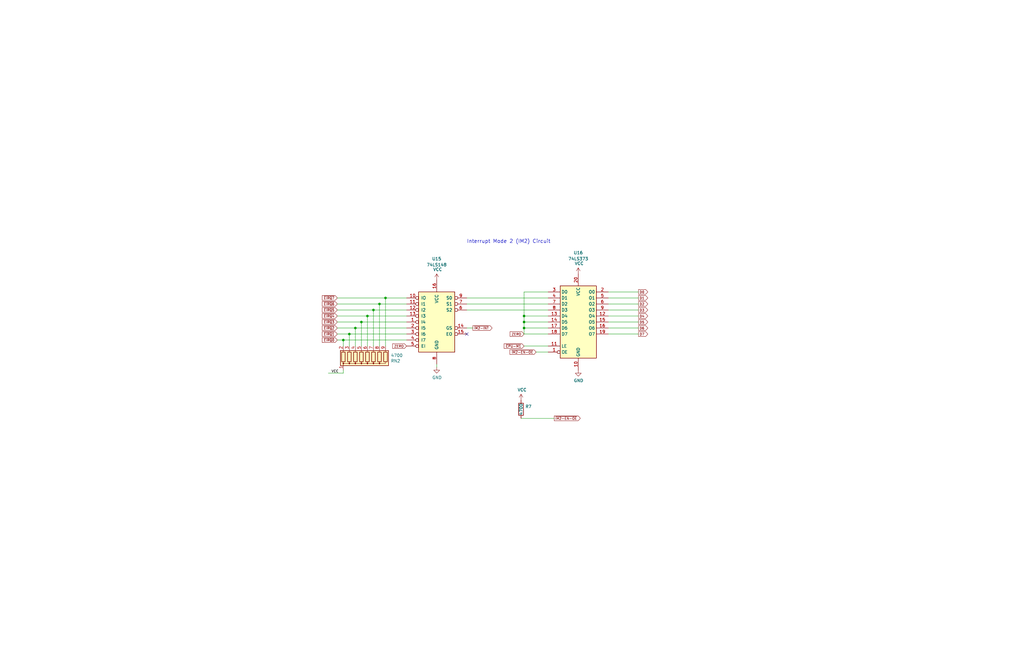
<source format=kicad_sch>
(kicad_sch (version 20211123) (generator eeschema)
  (paper "B")
  (lib_symbols
    (symbol "74xx:74LS148" (pin_names (offset 1.016))
      (property "Reference" "U" (at -7.62 13.97 0))
      (property "Value" "74LS148" (at -7.62 -13.97 0))
      (symbol "74LS148_1_0"
        (pin input inverted (at -12.7 0 0) (length 5.08) (name "I4") (number "1"))
        (pin input inverted (at -12.7 10.16 0) (length 5.08) (name "IO") (number "10"))
        (pin input inverted (at -12.7 7.62 0) (length 5.08) (name "I1") (number "11"))
        (pin input inverted (at -12.7 5.08 0) (length 5.08) (name "I2") (number "12"))
        (pin input inverted (at -12.7 2.54 0) (length 5.08) (name "I3") (number "13"))
        (pin output inverted (at 12.7 -2.54 180) (length 5.08) (name "GS") (number "14"))
        (pin output inverted (at 12.7 -5.08 180) (length 5.08) (name "EO") (number "15"))
        (pin power_in line (at 0 17.78 270) (length 5.08) (name "VCC") (number "16"))
        (pin input inverted (at -12.7 -2.54 0) (length 5.08) (name "I5") (number "2"))
        (pin input inverted (at -12.7 -5.08 0) (length 5.08) (name "I6") (number "3"))
        (pin input inverted (at -12.7 -7.62 0) (length 5.08) (name "I7") (number "4"))
        (pin input inverted (at -12.7 -10.16 0) (length 5.08) (name "EI") (number "5"))
        (pin output inverted (at 12.7 5.08 180) (length 5.08) (name "S2") (number "6"))
        (pin output inverted (at 12.7 7.62 180) (length 5.08) (name "S1") (number "7"))
        (pin power_in line (at 0 -17.78 90) (length 5.08) (name "GND") (number "8"))
        (pin output inverted (at 12.7 10.16 180) (length 5.08) (name "S0") (number "9"))
      )
      (symbol "74LS148_1_1"
        (rectangle (start -7.62 12.7) (end 7.62 -12.7) (stroke (width 0.254)) (fill (type background)))
      )
    )
    (symbol "74xx:74LS373"
      (property "Reference" "U" (at -7.62 16.51 0))
      (property "Value" "74LS373" (at -7.62 -16.51 0))
      (symbol "74LS373_1_0"
        (pin input inverted (at -12.7 -12.7 0) (length 5.08) (name "OE") (number "1"))
        (pin power_in line (at 0 -20.32 90) (length 5.08) (name "GND") (number "10"))
        (pin input line (at -12.7 -10.16 0) (length 5.08) (name "LE") (number "11"))
        (pin tri_state line (at 12.7 2.54 180) (length 5.08) (name "O4") (number "12"))
        (pin input line (at -12.7 2.54 0) (length 5.08) (name "D4") (number "13"))
        (pin input line (at -12.7 0 0) (length 5.08) (name "D5") (number "14"))
        (pin tri_state line (at 12.7 0 180) (length 5.08) (name "O5") (number "15"))
        (pin tri_state line (at 12.7 -2.54 180) (length 5.08) (name "O6") (number "16"))
        (pin input line (at -12.7 -2.54 0) (length 5.08) (name "D6") (number "17"))
        (pin input line (at -12.7 -5.08 0) (length 5.08) (name "D7") (number "18"))
        (pin tri_state line (at 12.7 -5.08 180) (length 5.08) (name "O7") (number "19"))
        (pin tri_state line (at 12.7 12.7 180) (length 5.08) (name "O0") (number "2"))
        (pin power_in line (at 0 20.32 270) (length 5.08) (name "VCC") (number "20"))
        (pin input line (at -12.7 12.7 0) (length 5.08) (name "D0") (number "3"))
        (pin input line (at -12.7 10.16 0) (length 5.08) (name "D1") (number "4"))
        (pin tri_state line (at 12.7 10.16 180) (length 5.08) (name "O1") (number "5"))
        (pin tri_state line (at 12.7 7.62 180) (length 5.08) (name "O2") (number "6"))
        (pin input line (at -12.7 7.62 0) (length 5.08) (name "D2") (number "7"))
        (pin input line (at -12.7 5.08 0) (length 5.08) (name "D3") (number "8"))
        (pin tri_state line (at 12.7 5.08 180) (length 5.08) (name "O3") (number "9"))
      )
      (symbol "74LS373_1_1"
        (rectangle (start -7.62 15.24) (end 7.62 -15.24) (stroke (width 0.254)) (fill (type background)))
      )
    )
    (symbol "Device:R" (pin_numbers hide) (pin_names (offset 0))
      (property "Reference" "R" (at 2.032 0 90))
      (property "Value" "R" (at 0 0 90))
      (symbol "R_0_1"
        (rectangle (start -1.016 -2.54) (end 1.016 2.54) (stroke (width 0.254)))
      )
      (symbol "R_1_1"
        (pin passive line (at 0 3.81 270) (length 1.27) (name "~") (number "1"))
        (pin passive line (at 0 -3.81 90) (length 1.27) (name "~") (number "2"))
      )
    )
    (symbol "Device:R_Network08" (pin_names (offset 0) hide)
      (property "Reference" "RN" (at -12.7 0 90))
      (property "Value" "R_Network08" (at 10.16 0 90))
      (symbol "R_Network08_0_1"
        (rectangle (start -11.43 -3.175) (end 8.89 3.175) (stroke (width 0.254)) (fill (type background)))
        (rectangle (start -10.922 1.524) (end -9.398 -2.54) (stroke (width 0.254)))
        (circle (center -10.16 2.286) (radius 0.254) (fill (type outline)))
        (rectangle (start -8.382 1.524) (end -6.858 -2.54) (stroke (width 0.254)))
        (circle (center -7.62 2.286) (radius 0.254) (fill (type outline)))
        (rectangle (start -5.842 1.524) (end -4.318 -2.54) (stroke (width 0.254)))
        (circle (center -5.08 2.286) (radius 0.254) (fill (type outline)))
        (rectangle (start -3.302 1.524) (end -1.778 -2.54) (stroke (width 0.254)))
        (circle (center -2.54 2.286) (radius 0.254) (fill (type outline)))
        (rectangle (start -0.762 1.524) (end 0.762 -2.54) (stroke (width 0.254)))
        (polyline (pts (xy -10.16 -2.54) (xy -10.16 -3.81)))
        (polyline (pts (xy -7.62 -2.54) (xy -7.62 -3.81)))
        (polyline (pts (xy -5.08 -2.54) (xy -5.08 -3.81)))
        (polyline (pts (xy -2.54 -2.54) (xy -2.54 -3.81)))
        (polyline (pts (xy 0 -2.54) (xy 0 -3.81)))
        (polyline (pts (xy 2.54 -2.54) (xy 2.54 -3.81)))
        (polyline (pts (xy 5.08 -2.54) (xy 5.08 -3.81)))
        (polyline (pts (xy 7.62 -2.54) (xy 7.62 -3.81)))
        (polyline (pts (xy -10.16 1.524) (xy -10.16 2.286) (xy -7.62 2.286) (xy -7.62 1.524)))
        (polyline (pts (xy -7.62 1.524) (xy -7.62 2.286) (xy -5.08 2.286) (xy -5.08 1.524)))
        (polyline (pts (xy -5.08 1.524) (xy -5.08 2.286) (xy -2.54 2.286) (xy -2.54 1.524)))
        (polyline (pts (xy -2.54 1.524) (xy -2.54 2.286) (xy 0 2.286) (xy 0 1.524)))
        (polyline (pts (xy 0 1.524) (xy 0 2.286) (xy 2.54 2.286) (xy 2.54 1.524)))
        (polyline (pts (xy 2.54 1.524) (xy 2.54 2.286) (xy 5.08 2.286) (xy 5.08 1.524)))
        (polyline (pts (xy 5.08 1.524) (xy 5.08 2.286) (xy 7.62 2.286) (xy 7.62 1.524)))
        (circle (center 0 2.286) (radius 0.254) (fill (type outline)))
        (rectangle (start 1.778 1.524) (end 3.302 -2.54) (stroke (width 0.254)))
        (circle (center 2.54 2.286) (radius 0.254) (fill (type outline)))
        (rectangle (start 4.318 1.524) (end 5.842 -2.54) (stroke (width 0.254)))
        (circle (center 5.08 2.286) (radius 0.254) (fill (type outline)))
        (rectangle (start 6.858 1.524) (end 8.382 -2.54) (stroke (width 0.254)))
      )
      (symbol "R_Network08_1_1"
        (pin passive line (at -10.16 5.08 270) (length 2.54) (name "common") (number "1"))
        (pin passive line (at -10.16 -5.08 90) (length 1.27) (name "R1") (number "2"))
        (pin passive line (at -7.62 -5.08 90) (length 1.27) (name "R2") (number "3"))
        (pin passive line (at -5.08 -5.08 90) (length 1.27) (name "R3") (number "4"))
        (pin passive line (at -2.54 -5.08 90) (length 1.27) (name "R4") (number "5"))
        (pin passive line (at 0 -5.08 90) (length 1.27) (name "R5") (number "6"))
        (pin passive line (at 2.54 -5.08 90) (length 1.27) (name "R6") (number "7"))
        (pin passive line (at 5.08 -5.08 90) (length 1.27) (name "R7") (number "8"))
        (pin passive line (at 7.62 -5.08 90) (length 1.27) (name "R8") (number "9"))
      )
    )
    (symbol "power:GND" (power) (pin_names (offset 0))
      (property "Value" "GND" (at 0 -3.81 0))
      (symbol "GND_0_1"
        (polyline (pts (xy 0 0) (xy 0 -1.27) (xy 1.27 -1.27) (xy 0 -2.54) (xy -1.27 -1.27) (xy 0 -1.27)))
      )
      (symbol "GND_1_1"
        (pin power_in line (at 0 0 270) (length 0) hide (name "GND") (number "1"))
      )
    )
    (symbol "power:VCC" (power) (pin_names (offset 0))
      (property "Value" "VCC" (at 0 3.81 0))
      (symbol "VCC_0_1"
        (polyline (pts (xy -0.762 1.27) (xy 0 2.54)))
        (polyline (pts (xy 0 0) (xy 0 2.54)))
        (polyline (pts (xy 0 2.54) (xy 0.762 1.27)))
      )
      (symbol "VCC_1_1"
        (pin power_in line (at 0 0 90) (length 0) hide (name "VCC") (number "1"))
      )
    )
  )
  (junction (at 220.98 135.89))
  (junction (at 162.56 125.73))
  (junction (at 220.98 138.43))
  (junction (at 157.48 130.81))
  (junction (at 154.94 133.35))
  (junction (at 149.86 138.43))
  (junction (at 144.78 143.51))
  (junction (at 220.98 133.35))
  (junction (at 147.32 140.97))
  (junction (at 152.4 135.89))
  (junction (at 160.02 128.27))
  (no_connect (at 196.85 140.97))
  (wire (pts (xy 256.54 135.89) (xy 269.24 135.89)))
  (wire (pts (xy 220.98 135.89) (xy 231.14 135.89)))
  (wire (pts (xy 142.24 125.73) (xy 162.56 125.73)))
  (wire (pts (xy 220.98 133.35) (xy 231.14 133.35)))
  (wire (pts (xy 231.14 123.19) (xy 220.98 123.19)))
  (wire (pts (xy 220.98 138.43) (xy 231.14 138.43)))
  (wire (pts (xy 154.94 133.35) (xy 142.24 133.35)))
  (wire (pts (xy 220.98 146.05) (xy 231.14 146.05)))
  (wire (pts (xy 162.56 146.05) (xy 162.56 125.73)))
  (wire (pts (xy 226.06 148.59) (xy 231.14 148.59)))
  (wire (pts (xy 220.98 138.43) (xy 220.98 140.97)))
  (wire (pts (xy 220.98 133.35) (xy 220.98 135.89)))
  (wire (pts (xy 144.78 157.48) (xy 138.43 157.48)))
  (wire (pts (xy 154.94 146.05) (xy 154.94 133.35)))
  (wire (pts (xy 220.98 135.89) (xy 220.98 138.43)))
  (wire (pts (xy 196.85 128.27) (xy 231.14 128.27)))
  (wire (pts (xy 256.54 138.43) (xy 269.24 138.43)))
  (wire (pts (xy 149.86 146.05) (xy 149.86 138.43)))
  (wire (pts (xy 256.54 123.19) (xy 269.24 123.19)))
  (wire (pts (xy 256.54 128.27) (xy 269.24 128.27)))
  (wire (pts (xy 196.85 130.81) (xy 231.14 130.81)))
  (wire (pts (xy 220.98 123.19) (xy 220.98 133.35)))
  (wire (pts (xy 152.4 135.89) (xy 142.24 135.89)))
  (wire (pts (xy 171.45 135.89) (xy 152.4 135.89)))
  (wire (pts (xy 171.45 138.43) (xy 149.86 138.43)))
  (wire (pts (xy 149.86 138.43) (xy 142.24 138.43)))
  (wire (pts (xy 157.48 130.81) (xy 142.24 130.81)))
  (wire (pts (xy 142.24 128.27) (xy 160.02 128.27)))
  (wire (pts (xy 196.85 125.73) (xy 231.14 125.73)))
  (wire (pts (xy 171.45 140.97) (xy 147.32 140.97)))
  (wire (pts (xy 157.48 146.05) (xy 157.48 130.81)))
  (wire (pts (xy 144.78 146.05) (xy 144.78 143.51)))
  (wire (pts (xy 184.15 153.67) (xy 184.15 154.94)))
  (wire (pts (xy 162.56 125.73) (xy 171.45 125.73)))
  (wire (pts (xy 160.02 128.27) (xy 171.45 128.27)))
  (wire (pts (xy 256.54 125.73) (xy 269.24 125.73)))
  (wire (pts (xy 219.71 176.53) (xy 233.68 176.53)))
  (wire (pts (xy 196.85 138.43) (xy 199.39 138.43)))
  (wire (pts (xy 220.98 140.97) (xy 231.14 140.97)))
  (wire (pts (xy 152.4 146.05) (xy 152.4 135.89)))
  (wire (pts (xy 144.78 143.51) (xy 142.24 143.51)))
  (wire (pts (xy 147.32 146.05) (xy 147.32 140.97)))
  (wire (pts (xy 147.32 140.97) (xy 142.24 140.97)))
  (wire (pts (xy 160.02 146.05) (xy 160.02 128.27)))
  (wire (pts (xy 171.45 143.51) (xy 144.78 143.51)))
  (wire (pts (xy 256.54 130.81) (xy 269.24 130.81)))
  (wire (pts (xy 171.45 130.81) (xy 157.48 130.81)))
  (wire (pts (xy 171.45 133.35) (xy 154.94 133.35)))
  (wire (pts (xy 144.78 156.21) (xy 144.78 157.48)))
  (wire (pts (xy 256.54 133.35) (xy 269.24 133.35)))
  (wire (pts (xy 256.54 140.97) (xy 269.24 140.97)))
  (text "Interrupt Mode 2 (IM2) Circuit" (at 196.85 102.87 0) (effects (font (size 1.524 1.524)) (justify left bottom)))
  (label "VCC" (at 139.7 157.48 0) (effects (font (size 1.016 1.016))))
  (global_label "D3" (shape output) (at 269.24 130.81 0) (effects (font (size 1.016 1.016))) (property "Intersheet References" "${INTERSHEET_REFS}" (effects hide)))
  (global_label "~{IM2-INT}" (shape output) (at 199.39 138.43 0) (effects (font (size 1.016 1.016))) (property "Intersheet References" "${INTERSHEET_REFS}" (effects hide)))
  (global_label "D6" (shape output) (at 269.24 138.43 0) (effects (font (size 1.016 1.016))) (property "Intersheet References" "${INTERSHEET_REFS}" (effects hide)))
  (global_label "~{EIRQ2}" (shape input) (at 142.24 138.43 180) (effects (font (size 1.016 1.016))) (property "Intersheet References" "${INTERSHEET_REFS}" (effects hide)))
  (global_label "~{EIRQ3}" (shape input) (at 142.24 135.89 180) (effects (font (size 1.016 1.016))) (property "Intersheet References" "${INTERSHEET_REFS}" (effects hide)))
  (global_label "ZERO" (shape input) (at 171.45 146.05 180) (effects (font (size 1.016 1.016))) (property "Intersheet References" "${INTERSHEET_REFS}" (effects hide)))
  (global_label "D2" (shape output) (at 269.24 128.27 0) (effects (font (size 1.016 1.016))) (property "Intersheet References" "${INTERSHEET_REFS}" (effects hide)))
  (global_label "~{EIRQ6}" (shape input) (at 142.24 128.27 180) (effects (font (size 1.016 1.016))) (property "Intersheet References" "${INTERSHEET_REFS}" (effects hide)))
  (global_label "D5" (shape output) (at 269.24 135.89 0) (effects (font (size 1.016 1.016))) (property "Intersheet References" "${INTERSHEET_REFS}" (effects hide)))
  (global_label "~{IM2-EN-OE}" (shape input) (at 226.06 148.59 180) (effects (font (size 1.016 1.016))) (property "Intersheet References" "${INTERSHEET_REFS}" (effects hide)))
  (global_label "~{EIRQ0}" (shape input) (at 142.24 143.51 180) (effects (font (size 1.016 1.016))) (property "Intersheet References" "${INTERSHEET_REFS}" (effects hide)))
  (global_label "D7" (shape output) (at 269.24 140.97 0) (effects (font (size 1.016 1.016))) (property "Intersheet References" "${INTERSHEET_REFS}" (effects hide)))
  (global_label "D0" (shape output) (at 269.24 123.19 0) (effects (font (size 1.016 1.016))) (property "Intersheet References" "${INTERSHEET_REFS}" (effects hide)))
  (global_label "ZERO" (shape input) (at 220.98 140.97 180) (effects (font (size 1.016 1.016))) (property "Intersheet References" "${INTERSHEET_REFS}" (effects hide)))
  (global_label "~{IM2-EN-OE}" (shape output) (at 233.68 176.53 0) (effects (font (size 1.016 1.016))) (property "Intersheet References" "${INTERSHEET_REFS}" (effects hide)))
  (global_label "~{EIRQ7}" (shape input) (at 142.24 125.73 180) (effects (font (size 1.016 1.016))) (property "Intersheet References" "${INTERSHEET_REFS}" (effects hide)))
  (global_label "D4" (shape output) (at 269.24 133.35 0) (effects (font (size 1.016 1.016))) (property "Intersheet References" "${INTERSHEET_REFS}" (effects hide)))
  (global_label "~{EIRQ1}" (shape input) (at 142.24 140.97 180) (effects (font (size 1.016 1.016))) (property "Intersheet References" "${INTERSHEET_REFS}" (effects hide)))
  (global_label "~{CPU-M1}" (shape input) (at 220.98 146.05 180) (effects (font (size 1.016 1.016))) (property "Intersheet References" "${INTERSHEET_REFS}" (effects hide)))
  (global_label "D1" (shape output) (at 269.24 125.73 0) (effects (font (size 1.016 1.016))) (property "Intersheet References" "${INTERSHEET_REFS}" (effects hide)))
  (global_label "~{EIRQ5}" (shape input) (at 142.24 130.81 180) (effects (font (size 1.016 1.016))) (property "Intersheet References" "${INTERSHEET_REFS}" (effects hide)))
  (global_label "~{EIRQ4}" (shape input) (at 142.24 133.35 180) (effects (font (size 1.016 1.016))) (property "Intersheet References" "${INTERSHEET_REFS}" (effects hide)))
  (symbol (lib_id "Device:R_Network08") (at 154.94 151.13 0) (mirror x) (unit 1)
    (property "Reference" "RN2" (at 164.7952 152.2984 0) (effects (justify left)))
    (property "Value" "4700" (at 164.7952 149.987 0) (effects (justify left)))
    (property "Footprint" "Resistor_THT:R_Array_SIP9" (effects hide))
    (property "Datasheet" "http://www.vishay.com/docs/31509/csc.pdf" (effects hide))
  )
  (symbol (lib_id "power:GND") (at 243.84 156.21 0) (unit 1)
    (property "Reference" "#PWR0137" (effects hide))
    (property "Value" "GND" (at 243.967 160.6042 0))
  )
  (symbol (lib_id "power:GND") (at 184.15 154.94 0) (unit 1)
    (property "Reference" "#PWR0138" (effects hide))
    (property "Value" "GND" (at 184.277 159.3342 0))
  )
  (symbol (lib_id "power:VCC") (at 184.15 118.11 0) (unit 1)
    (property "Reference" "#PWR0139" (effects hide))
    (property "Value" "VCC" (at 184.531 113.7158 0))
  )
  (symbol (lib_id "power:VCC") (at 243.84 115.57 0) (unit 1)
    (property "Reference" "#PWR0140" (effects hide))
    (property "Value" "VCC" (at 244.221 111.1758 0))
  )
  (symbol (lib_id "74xx:74LS373") (at 243.84 135.89 0) (unit 1)
    (property "Reference" "U16" (at 243.84 106.68 0))
    (property "Value" "74LS373" (at 243.84 109.22 0))
    (property "Footprint" "Package_DIP:DIP-20_W7.62mm" (effects hide))
    (property "Datasheet" "http://www.ti.com/lit/gpn/sn74LS373" (effects hide))
  )
  (symbol (lib_id "74xx:74LS148") (at 184.15 135.89 0) (unit 1)
    (property "Reference" "U15" (at 184.15 109.22 0))
    (property "Value" "74LS148" (at 184.15 111.76 0))
    (property "Footprint" "Package_DIP:DIP-16_W7.62mm" (effects hide))
    (property "Datasheet" "http://www.ti.com/lit/gpn/sn74LS148" (effects hide))
  )
  (symbol (lib_id "power:VCC") (at 219.71 168.91 0) (unit 1)
    (property "Reference" "#PWR024" (effects hide))
    (property "Value" "VCC" (at 220.1418 164.5158 0))
  )
  (symbol (lib_id "Device:R") (at 219.71 172.72 0) (unit 1)
    (property "Reference" "R7" (at 221.488 171.5516 0) (effects (justify left)))
    (property "Value" "4700" (at 219.71 175.26 90) (effects (justify left)))
    (property "Footprint" "Resistor_THT:R_Axial_DIN0207_L6.3mm_D2.5mm_P7.62mm_Horizontal" (effects hide))
  )
)
</source>
